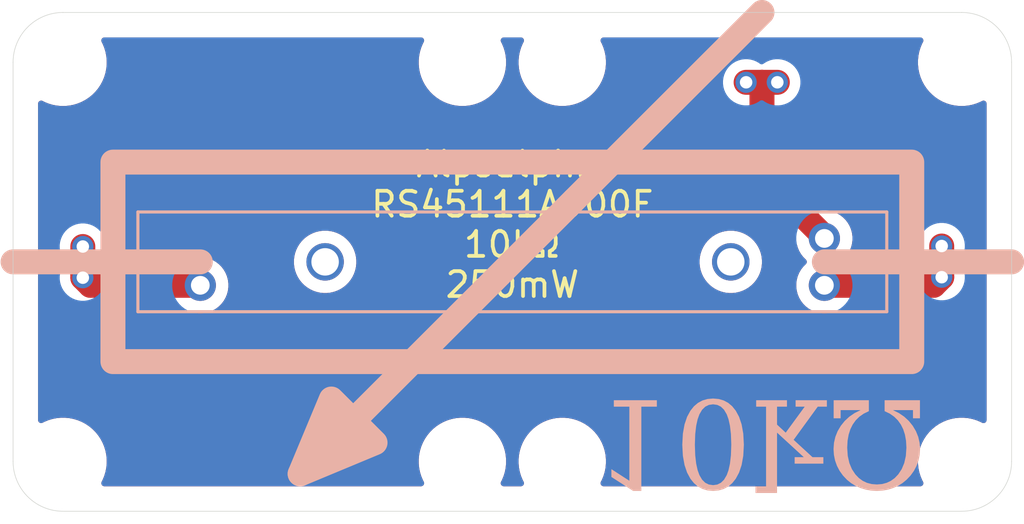
<source format=kicad_pcb>
(kicad_pcb (version 20241229) (generator "pcbnew") (generator_version "9.0")
  (title_block (date "2025-03-07"))
  (layers (0 "F.Cu" signal) (2 "B.Cu" signal) (13 "F.Paste" user) (15 "B.Paste" user) (5 "F.SilkS" user "F.Silkscreen") (7 "B.SilkS" user "B.Silkscreen") (1 "F.Mask" user) (3 "B.Mask" user) (25 "Edge.Cuts" user))
  (net 0 "")
  (net 1 "Net-(J1-Pin_1)")
  (net 2 "Net-(J2-Pin_1)")
  (net 3 "Net-(J5-Pin_1)")
  (footprint "EASYEDA2KICAD:MountingHole_3.0mm_M3_tight" (layer "F.Cu") (at 57 17)
    (property "Reference" "H5" (hide yes))
    (property "Value" "MH M3")
    (pad "" np_thru_hole circle (at 0 0) (size 3 3) (drill 3) (layers "*.Cu" "*.Mask"))
  )
  (footprint "EASYEDA2KICAD:MountingHole_3.0mm_M3_tight" (layer "F.Cu") (at 49 49 -90)
    (property "Reference" "H3" (hide yes))
    (property "Value" "MH M3")
    (pad "" np_thru_hole circle (at 0 0 270) (size 3 3) (drill 3) (layers "*.Cu" "*.Mask"))
  )
  (footprint "EASYEDA2KICAD:MountingHole_3.0mm_M3_tight" (layer "F.Cu") (at 49 17 -90)
    (property "Reference" "H1" (hide yes))
    (property "Value" "MH M3")
    (pad "" np_thru_hole circle (at 0 0 270) (size 3 3) (drill 3) (layers "*.Cu" "*.Mask"))
  )
  (footprint "EASYEDA2KICAD:Magentic_Connector_1x02_P2.5mm_Horizontal" (layer "F.Cu") (at 73 18.5 90)
    (property "Reference" "J2" (hide yes))
    (property "Value" "Conn_01x02_Pin")
    (pad "1" thru_hole circle (at -0.1 -1.27 90) (size 1.7 1.7) (drill 1) (layers "*.Cu" "*.Mask") (net 2 "Net-(J2-Pin_1)"))
    (pad "2" thru_hole oval (at -0.1 1.23 90) (size 1.7 1.7) (drill 1) (layers "*.Cu" "*.Mask") (net 2 "Net-(J2-Pin_1)"))
  )
  (footprint "EASYEDA2KICAD:MountingHole_3.0mm_M3_tight" (layer "F.Cu") (at 89 17)
    (property "Reference" "H6" (hide yes))
    (property "Value" "MH M3")
    (pad "" np_thru_hole circle (at 0 0) (size 3 3) (drill 3) (layers "*.Cu" "*.Mask"))
  )
  (footprint "EASYEDA2KICAD:MountingHole_3.0mm_M3_tight" (layer "F.Cu") (at 89 49)
    (property "Reference" "H7" (hide yes))
    (property "Value" "MH M3")
    (pad "" np_thru_hole circle (at 0 0) (size 3 3) (drill 3) (layers "*.Cu" "*.Mask"))
  )
  (footprint "EASYEDA2KICAD:MountingHole_3.0mm_M3_tight" (layer "F.Cu") (at 17 49 -90)
    (property "Reference" "H4" (hide yes))
    (property "Value" "MH M3")
    (pad "" np_thru_hole circle (at 0 0 270) (size 3 3) (drill 3) (layers "*.Cu" "*.Mask"))
  )
  (footprint "EASYEDA2KICAD:Magentic_Connector_1x02_P2.5mm_Horizontal" (layer "F.Cu") (at 18.4875 33 180)
    (property "Reference" "J5" (hide yes))
    (property "Value" "Conn_01x02_Pin")
    (pad "1" thru_hole circle (at -0.1 -1.27 180) (size 1.7 1.7) (drill 1) (layers "*.Cu" "*.Mask") (net 3 "Net-(J5-Pin_1)"))
    (pad "2" thru_hole oval (at -0.1 1.23 180) (size 1.7 1.7) (drill 1) (layers "*.Cu" "*.Mask") (net 3 "Net-(J5-Pin_1)"))
  )
  (footprint "EASYEDA2KICAD:MountingHole_3.0mm_M3_tight" (layer "F.Cu") (at 17 17 -90)
    (property "Reference" "H2" (hide yes))
    (property "Value" "MH M3")
    (pad "" np_thru_hole circle (at 0 0 270) (size 3 3) (drill 3) (layers "*.Cu" "*.Mask"))
  )
  (footprint "EASYEDA2KICAD:MountingHole_3.0mm_M3_tight" (layer "F.Cu") (at 57 49)
    (property "Reference" "H8" (hide yes))
    (property "Value" "MH M3")
    (pad "" np_thru_hole circle (at 0 0) (size 3 3) (drill 3) (layers "*.Cu" "*.Mask"))
  )
  (footprint "EASYEDA2KICAD:Magentic_Connector_1x02_P2.5mm_Horizontal" (layer "F.Cu") (at 87.5 33)
    (property "Reference" "J1" (hide yes))
    (property "Value" "Conn_01x02_Pin")
    (pad "1" thru_hole circle (at -0.1 -1.27) (size 1.7 1.7) (drill 1) (layers "*.Cu" "*.Mask") (net 1 "Net-(J1-Pin_1)"))
    (pad "2" thru_hole oval (at -0.1 1.23) (size 1.7 1.7) (drill 1) (layers "*.Cu" "*.Mask") (net 1 "Net-(J1-Pin_1)"))
  )
  (footprint "EASYEDA2KICAD:RES-ADJ-TH_RS45111A900F" (layer "B.Cu") (at 53 33 180)
    (property "Reference" "R1" (hide yes))
    (property "Value" "RS45111A900F")
    (fp_line (start 30 4) (end -30 4) (stroke (width 0.25)) (layer "B.SilkS"))
    (fp_line (start 30 -4) (end 30 4) (stroke (width 0.25)) (layer "B.SilkS"))
    (fp_line (start -30 4) (end -30 -4) (stroke (width 0.25)) (layer "B.SilkS"))
    (fp_line (start -30 -4) (end 30 -4) (stroke (width 0.25)) (layer "B.SilkS"))
    (pad "1" thru_hole circle (at -25 -1.88 180) (size 2.5 2.5) (drill 1.500022) (layers "*.Cu" "*.Mask") (net 1 "Net-(J1-Pin_1)"))
    (pad "2" thru_hole circle (at -25 1.88 180) (size 2.5 2.5) (drill 1.500022) (layers "*.Cu" "*.Mask") (net 2 "Net-(J2-Pin_1)"))
    (pad "3" thru_hole circle (at 25 -1.88 180) (size 2.5 2.5) (drill 1.500022) (layers "*.Cu" "*.Mask") (net 3 "Net-(J5-Pin_1)"))
    (pad "4" thru_hole circle (at -17.5 0 180) (size 3 3) (drill 2.199996) (layers "*.Cu" "*.Mask"))
    (pad "5" thru_hole circle (at 15 0 180) (size 3 3) (drill 2.199996) (layers "*.Cu" "*.Mask"))
  )
  (gr_line (start 28 33) (end 13 33) (stroke (width 2)) (layer "B.SilkS"))
  (gr_line (start 93 33) (end 78 33) (stroke (width 2)) (layer "B.SilkS"))
  (gr_poly (pts (xy 36 50) (xy 42 47.5) (xy 38.5 44)) (stroke (width 2)) (fill yes) (layer "B.SilkS"))
  (gr_rect (start 21 25) (end 85 41) (stroke (width 2)) (fill no) (layer "B.SilkS"))
  (gr_line (start 73 13) (end 36 50) (stroke (width 2)) (layer "B.SilkS"))
  (gr_line (start 93 17) (end 93 49) (stroke (width 0.05)) (layer "Edge.Cuts"))
  (gr_arc (start 93 49) (mid 91.828427 51.828427) (end 89 53) (stroke (width 0.05)) (layer "Edge.Cuts"))
  (gr_arc (start 17 53) (mid 14.171573 51.828427) (end 13 49) (stroke (width 0.05)) (layer "Edge.Cuts"))
  (gr_line (start 89 13) (end 17 13) (stroke (width 0.05)) (layer "Edge.Cuts"))
  (gr_line (start 17 53) (end 89 53) (stroke (width 0.05)) (layer "Edge.Cuts"))
  (gr_arc (start 13 17) (mid 14.171573 14.171573) (end 17 13) (stroke (width 0.05)) (layer "Edge.Cuts"))
  (gr_arc (start 89 13) (mid 91.828427 14.171573) (end 93 17) (stroke (width 0.05)) (layer "Edge.Cuts"))
  (gr_line (start 13 17) (end 13 49) (stroke (width 0.05)) (layer "Edge.Cuts"))
  (gr_text "Alpsalpine\nRS45111A900F\n10kΩ\n250mW" (at 53 30 0) (layer "F.SilkS") (effects (font (size 2 2) (thickness 0.3))))
  (gr_text "10kΩ" (at 73 47 180) (layer "B.SilkS") (effects (font (size 7 7) (thickness 0.3)) (justify mirror)))
  (segment (start 78 34.88) (end 86.75 34.88) (width 2) (layer "F.Cu") (net 1))
  (segment (start 86.75 34.88) (end 87.4 34.23) (width 2) (layer "F.Cu") (net 1))
  (segment (start 87.4 34.23) (end 87.4 31.73) (width 2) (layer "F.Cu") (net 1))
  (segment (start 71.73 18.6) (end 73 18.6) (width 2) (layer "F.Cu") (net 2))
  (segment (start 73 18.6) (end 73 26) (width 2) (layer "F.Cu") (net 2))
  (segment (start 73 18.6) (end 74.23 18.6) (width 2) (layer "F.Cu") (net 2))
  (segment (start 78 31) (end 78 31.12) (width 2) (layer "F.Cu") (net 2))
  (segment (start 73 26) (end 78 31) (width 2) (layer "F.Cu") (net 2))
  (segment (start 28 34.88) (end 19.1975 34.88) (width 2) (layer "F.Cu") (net 3))
  (segment (start 19.1975 34.88) (end 18.5875 34.27) (width 2) (layer "F.Cu") (net 3))
  (segment (start 18.5875 34) (end 18.5875 31.77) (width 2) (layer "F.Cu") (net 3))
  (segment (start 18.5875 34.27) (end 18.5875 34) (width 2) (layer "F.Cu") (net 3))
  (zone (net 0) (net_name "") (layers "F.Cu" "B.Cu") (connect_pads (clearance 1)) (min_thickness 0.5) (fill yes (thermal_gap 0.5) (thermal_bridge_width 0.5) (island_removal_mode 1) (island_area_min 10))
    (polygon (pts (xy 93 13) (xy 13 13) (xy 13 53) (xy 93 53)))
  )
)
</source>
